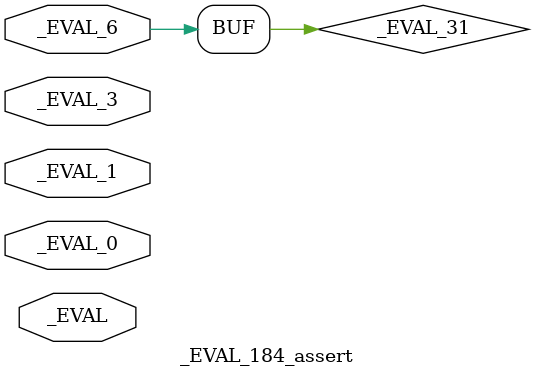
<source format=sv>
module _EVAL_184_assert(
  input   _EVAL,
  input   _EVAL_0,
  input   _EVAL_1,
  input   _EVAL_3,
  input   _EVAL_6
);
  wire  _EVAL_10;
  wire  _EVAL_11;
  wire  _EVAL_14;
  wire  _EVAL_18;
  wire  _EVAL_19;
  wire  _EVAL_22;
  wire  _EVAL_24;
  wire  _EVAL_25;
  wire  _EVAL_28;
  wire  _EVAL_31;
  wire  _EVAL_32;
  wire  _EVAL_33;
  assign _EVAL_33 = _EVAL_1 & _EVAL_0;
  assign _EVAL_32 = _EVAL_24 & _EVAL_28;
  assign _EVAL_28 = ~_EVAL_33;
  assign _EVAL_14 = ~_EVAL_22;
  assign _EVAL_31 = _EVAL_6;
  assign _EVAL_10 = ~_EVAL_31;
  assign _EVAL_18 = _EVAL_3 & _EVAL_0;
  assign _EVAL_24 = _EVAL_14 & _EVAL_11;
  assign _EVAL_11 = ~_EVAL_18;
  assign _EVAL_19 = ~_EVAL_25;
  assign _EVAL_22 = _EVAL_3 & _EVAL_1;
  assign _EVAL_25 = _EVAL_32 | _EVAL_31;
  always @(posedge _EVAL) begin
    `ifndef SYNTHESIS
    `ifdef PRINTF_COND
      if (`PRINTF_COND) begin
    `endif
        if (_EVAL_3 & _EVAL_10) begin
          $fwrite(32'h80000002,"Obfuscated Simulation Output(1646262a)\n");
        end
    `ifdef PRINTF_COND
      end
    `endif
    `endif // SYNTHESIS
    `ifndef SYNTHESIS
    `ifdef STOP_COND
      if (`STOP_COND) begin
    `endif
        if (_EVAL_19) begin
          $fatal;
        end
    `ifdef STOP_COND
      end
    `endif
    `endif // SYNTHESIS
    `ifndef SYNTHESIS
    `ifdef PRINTF_COND
      if (`PRINTF_COND) begin
    `endif
        if (_EVAL_3 & _EVAL_10) begin
          $fwrite(32'h80000002,"Obfuscated Simulation Output(b78a2954)\n");
        end
    `ifdef PRINTF_COND
      end
    `endif
    `endif // SYNTHESIS
    `ifndef SYNTHESIS
    `ifdef PRINTF_COND
      if (`PRINTF_COND) begin
    `endif
        if (_EVAL_19) begin
          $fwrite(32'h80000002,"Obfuscated Simulation Output(66ca24a7)\n");
        end
    `ifdef PRINTF_COND
      end
    `endif
    `endif // SYNTHESIS
  end

endmodule

</source>
